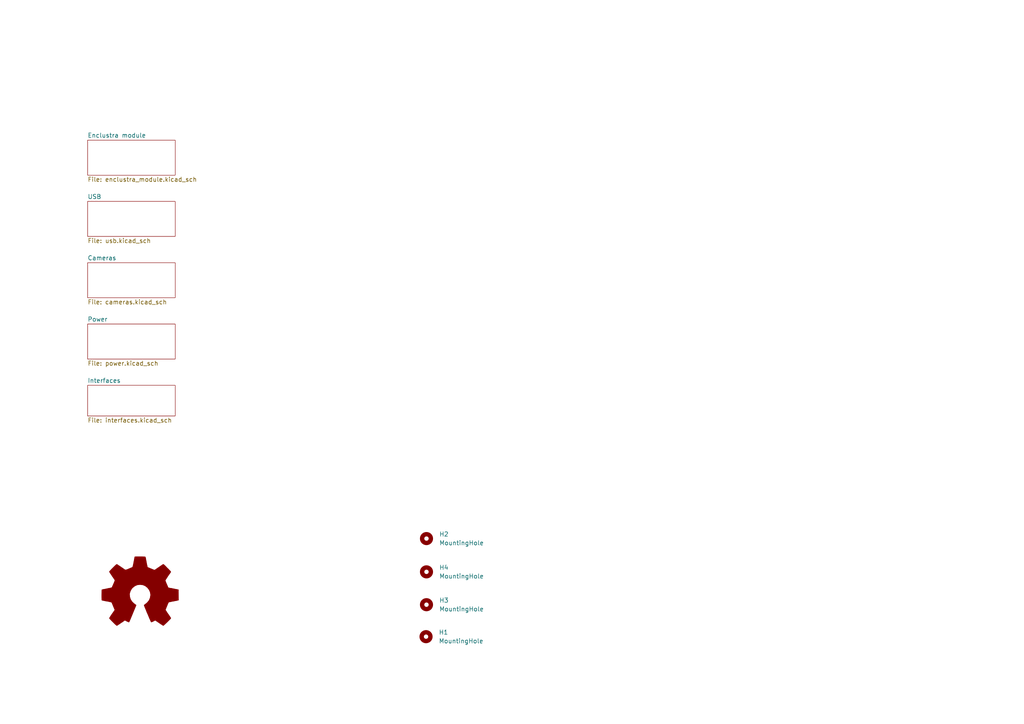
<source format=kicad_sch>
(kicad_sch (version 20210126) (generator eeschema)
  (paper "A4")
  (lib_symbols
    (symbol "Graphic:Logo_Open_Hardware_Large" (pin_names (offset 1.016))
      (symbol "Logo_Open_Hardware_Large_1_1"
        (polyline (pts (xy 6.731 -8.7122) (xy 6.6294 -8.6614) (xy 6.35 -8.4836) (xy 5.9944 -8.255) (xy 5.5372 -7.9502) (xy 5.1054 -7.6454) (xy 4.7498 -7.4168) (xy 4.4958 -7.239) (xy 4.3942 -7.1882) (xy 4.318 -7.2136) (xy 4.1148 -7.3152) (xy 3.81 -7.4676) (xy 3.6322 -7.5692) (xy 3.3528 -7.6708) (xy 3.2258 -7.6962) (xy 3.2004 -7.6708) (xy 3.0988 -7.4676) (xy 2.9464 -7.0866) (xy 2.7178 -6.604) (xy 2.4892 -6.0452) (xy 2.2352 -5.4356) (xy 1.9558 -4.826) (xy 1.7272 -4.2164) (xy 1.4986 -3.683) (xy 1.3208 -3.2512) (xy 1.2192 -2.9464) (xy 1.1684 -2.8194) (xy 1.1938 -2.794) (xy 1.3208 -2.667) (xy 1.5748 -2.4892) (xy 2.0828 -2.0574) (xy 2.6162 -1.397) (xy 2.921 -0.6604) (xy 3.048 0.1524) (xy 2.9464 0.9144) (xy 2.6416 1.6256) (xy 2.1336 2.286) (xy 1.524 2.7686) (xy 0.8128 3.0734) (xy 0 3.175) (xy -0.762 3.0988) (xy -1.4986 2.794) (xy -2.159 2.286) (xy -2.4384 1.9812) (xy -2.8194 1.3208) (xy -3.048 0.6096) (xy -3.0734 0.4318) (xy -3.0226 -0.3556) (xy -2.794 -1.0922) (xy -2.3876 -1.7526) (xy -1.8288 -2.3114) (xy -1.7526 -2.3622) (xy -1.4732 -2.5654) (xy -1.2954 -2.6924) (xy -1.1684 -2.8194) (xy -2.159 -5.207) (xy -2.3114 -5.588) (xy -2.5908 -6.2484) (xy -2.8194 -6.8072) (xy -3.0226 -7.2644) (xy -3.1496 -7.5692) (xy -3.2258 -7.6708) (xy -3.2258 -7.6962) (xy -3.302 -7.6962) (xy -3.4798 -7.6454) (xy -3.8354 -7.4676) (xy -4.0386 -7.366) (xy -4.2926 -7.239) (xy -4.4196 -7.1882) (xy -4.5212 -7.239) (xy -4.7498 -7.3914) (xy -5.1054 -7.6454) (xy -5.5372 -7.9248) (xy -5.9436 -8.2042) (xy -6.3246 -8.4582) (xy -6.604 -8.636) (xy -6.731 -8.7122) (xy -6.7564 -8.7122) (xy -6.858 -8.636) (xy -7.0866 -8.4582) (xy -7.4168 -8.1534) (xy -7.874 -7.6962) (xy -7.9502 -7.62) (xy -8.3312 -7.239) (xy -8.636 -6.9088) (xy -8.8392 -6.6802) (xy -8.9154 -6.5786) (xy -8.9154 -6.5786) (xy -8.8392 -6.4516) (xy -8.6614 -6.1722) (xy -8.4328 -5.7912) (xy -8.128 -5.3594) (xy -7.3152 -4.191) (xy -7.7724 -3.0988) (xy -7.8994 -2.7686) (xy -8.0772 -2.3622) (xy -8.2042 -2.0828) (xy -8.255 -1.9558) (xy -8.382 -1.905) (xy -8.6614 -1.8542) (xy -9.0932 -1.7526) (xy -9.6266 -1.651) (xy -10.1092 -1.5748) (xy -10.541 -1.4732) (xy -10.8712 -1.4224) (xy -11.0236 -1.397) (xy -11.049 -1.3716) (xy -11.0744 -1.2954) (xy -11.0998 -1.143) (xy -11.0998 -0.889) (xy -11.1252 -0.4572) (xy -11.1252 0.1524) (xy -11.1252 0.2286) (xy -11.0998 0.8128) (xy -11.0998 1.27) (xy -11.0744 1.5494) (xy -11.0744 1.6764) (xy -11.0744 1.6764) (xy -10.922 1.7018) (xy -10.6172 1.778) (xy -10.16 1.8542) (xy -9.652 1.9558) (xy -9.6012 1.9812) (xy -9.0932 2.0828) (xy -8.636 2.159) (xy -8.3312 2.2352) (xy -8.2042 2.286) (xy -8.1788 2.3114) (xy -8.0772 2.5146) (xy -7.9248 2.8448) (xy -7.747 3.2512) (xy -7.5692 3.6576) (xy -7.4168 4.0386) (xy -7.3152 4.318) (xy -7.2898 4.445) (xy -7.2898 4.445) (xy -7.366 4.572) (xy -7.5438 4.826) (xy -7.7978 5.207) (xy -8.128 5.6642) (xy -8.128 5.6896) (xy -8.4328 6.1468) (xy -8.6868 6.5278) (xy -8.8392 6.7818) (xy -8.9154 6.9088) (xy -8.9154 6.9088) (xy -8.8138 7.0358) (xy -8.5852 7.2898) (xy -8.255 7.6454) (xy -7.874 8.0264) (xy -7.747 8.1534) (xy -7.3152 8.5852) (xy -7.0104 8.8646) (xy -6.8326 8.9916) (xy -6.731 9.0424) (xy -6.731 9.0424) (xy -6.604 8.9408) (xy -6.3246 8.763) (xy -5.9436 8.509) (xy -5.4864 8.2042) (xy -5.461 8.1788) (xy -5.0038 7.874) (xy -4.6482 7.62) (xy -4.3688 7.4422) (xy -4.2672 7.3914) (xy -4.2418 7.3914) (xy -4.064 7.4422) (xy -3.7338 7.5438) (xy -3.3528 7.6962) (xy -2.9464 7.874) (xy -2.5654 8.0264) (xy -2.286 8.1534) (xy -2.159 8.2296) (xy -2.159 8.2296) (xy -2.1082 8.382) (xy -2.032 8.7122) (xy -1.9304 9.1694) (xy -1.8288 9.7282) (xy -1.8034 9.8044) (xy -1.7018 10.3378) (xy -1.6256 10.7696) (xy -1.5748 11.0744) (xy -1.524 11.2014) (xy -1.4478 11.2268) (xy -1.1938 11.2522) (xy -0.8128 11.2522) (xy -0.3302 11.2522) (xy 0.1524 11.2522) (xy 0.6604 11.2522) (xy 1.0668 11.2268) (xy 1.3716 11.2014) (xy 1.4986 11.176) (xy 1.4986 11.176) (xy 1.5494 11.0236) (xy 1.6256 10.6934) (xy 1.7018 10.2108) (xy 1.8288 9.6774) (xy 1.8288 9.5758) (xy 1.9304 9.0424) (xy 2.032 8.6106) (xy 2.0828 8.3058) (xy 2.1336 8.2042) (xy 2.159 8.1788) (xy 2.3876 8.0772) (xy 2.7432 7.9248) (xy 3.175 7.747) (xy 4.191 7.3406) (xy 5.461 8.2042) (xy 5.5626 8.2804) (xy 6.0198 8.5852) (xy 6.3754 8.8392) (xy 6.6294 8.9916) (xy 6.7564 9.0424) (xy 6.7564 9.0424) (xy 6.8834 8.9408) (xy 7.1374 8.7122) (xy 7.4676 8.382) (xy 7.8486 7.9756) (xy 8.1534 7.6962) (xy 8.4836 7.3406) (xy 8.7122 7.112) (xy 8.8392 6.9596) (xy 8.8646 6.858) (xy 8.8646 6.8072) (xy 8.7884 6.6802) (xy 8.6106 6.4008) (xy 8.3312 6.0198) (xy 8.0264 5.588) (xy 7.7978 5.207) (xy 7.5184 4.8006) (xy 7.3406 4.4958) (xy 7.2898 4.3434) (xy 7.2898 4.2926) (xy 7.3914 4.0386) (xy 7.5184 3.683) (xy 7.7216 3.2258) (xy 8.1534 2.2352) (xy 8.7884 2.1082) (xy 9.1948 2.0574) (xy 9.7536 1.9304) (xy 10.2616 1.8288) (xy 11.0998 1.6764) (xy 11.1252 -1.3208) (xy 10.9982 -1.3716) (xy 10.8712 -1.397) (xy 10.5664 -1.4732) (xy 10.1346 -1.5494) (xy 9.6266 -1.651) (xy 9.1948 -1.7272) (xy 8.7376 -1.8288) (xy 8.4328 -1.8796) (xy 8.2804 -1.905) (xy 8.255 -1.9558) (xy 8.1534 -2.159) (xy 7.9756 -2.5146) (xy 7.8232 -2.921) (xy 7.6454 -3.3274) (xy 7.493 -3.7338) (xy 7.366 -4.0132) (xy 7.3406 -4.191) (xy 7.3914 -4.2926) (xy 7.5692 -4.5466) (xy 7.7978 -4.9276) (xy 8.1026 -5.3594) (xy 8.4074 -5.7912) (xy 8.6614 -6.1722) (xy 8.8138 -6.4262) (xy 8.89 -6.5532) (xy 8.8646 -6.6548) (xy 8.6868 -6.858) (xy 8.3566 -7.1882) (xy 7.874 -7.6708) (xy 7.7978 -7.747) (xy 7.3914 -8.128) (xy 7.0612 -8.4328) (xy 6.8326 -8.636) (xy 6.731 -8.7122)) (fill (type outline)))
      )
    )
    (symbol "Mechanical:MountingHole" (pin_names (offset 1.016))
      (property "Reference" "H" (at 0 5.08 0))
      (property "Value" "MountingHole" (at 0 3.175 0))
      (symbol "MountingHole_0_1"
        (circle (center 0 0) (radius 1.27) (stroke (width 1.27)))
      )
    )
  )
  (symbol (lib_id "Mechanical:MountingHole") (at 123.571 184.658 0) (unit 1)
    (property "Reference" "H1" (at 127.254 183.388 0) (effects (justify left)))
    (property "Value" "MountingHole" (at 127.254 185.928 0) (effects (justify left)))
    (property "Footprint" "MountingHole:MountingHole_3.2mm_M3" (effects hide))
    (property "D1N" "DNP" (effects hide))
    (property "D1PN" "DNP" (effects hide))
    (property "MFN" "DNP" (effects hide))
    (property "MPN" "DNF" (effects hide))
  )
  (symbol (lib_id "Mechanical:MountingHole") (at 123.698 156.21 0) (unit 1)
    (property "Reference" "H2" (at 127.381 154.94 0) (effects (justify left)))
    (property "Value" "MountingHole" (at 127.381 157.48 0) (effects (justify left)))
    (property "Footprint" "MountingHole:MountingHole_3.2mm_M3" (effects hide))
    (property "D1N" "DNP" (effects hide))
    (property "D1PN" "DNP" (effects hide))
    (property "MFN" "DNP" (effects hide))
    (property "MPN" "DNF" (effects hide))
  )
  (symbol (lib_id "Mechanical:MountingHole") (at 123.698 165.862 0) (unit 1)
    (property "Reference" "H4" (at 127.381 164.592 0) (effects (justify left)))
    (property "Value" "MountingHole" (at 127.381 167.132 0) (effects (justify left)))
    (property "Footprint" "MountingHole:MountingHole_3.2mm_M3" (effects hide))
    (property "D1N" "DNP" (effects hide))
    (property "D1PN" "DNP" (effects hide))
    (property "MFN" "DNP" (effects hide))
    (property "MPN" "DNF" (effects hide))
  )
  (symbol (lib_id "Mechanical:MountingHole") (at 123.698 175.387 0) (unit 1)
    (property "Reference" "H3" (at 127.381 174.117 0) (effects (justify left)))
    (property "Value" "MountingHole" (at 127.381 176.657 0) (effects (justify left)))
    (property "Footprint" "MountingHole:MountingHole_3.2mm_M3" (effects hide))
    (property "D1N" "DNP" (effects hide))
    (property "D1PN" "DNP" (effects hide))
    (property "MFN" "DNP" (effects hide))
    (property "MPN" "DNF" (effects hide))
  )
  (symbol (lib_id "Graphic:Logo_Open_Hardware_Large") (at 40.64 172.72 0) (unit 1)
    (property "Reference" "LOGO1" (effects hide))
    (property "Value" "Logo_Open_Hardware_Large" (effects hide))
    (property "Footprint" "Symbol:OSHW-Symbol_13.4x12mm_SilkScreen" (effects hide))
    (property "D1N" "DNP" (effects hide))
    (property "D1PN" "DNP" (effects hide))
    (property "MFN" "DNP" (effects hide))
    (property "MPN" "DNP" (effects hide))
  )
  (sheet (at 25.4 76.2) (size 25.4 10.16) (stroke (width 0.001))
    (property "Sheet name" "Cameras" (at 25.4 75.5641 0) (effects (justify left bottom)))
    (property "Sheet file" "cameras.kicad_sch" (at 25.4 86.8689 0) (effects (justify left top)))
  )
  (sheet (at 25.4 40.64) (size 25.4 10.16) (stroke (width 0.001))
    (property "Sheet name" "Enclustra module" (at 25.4 40.0041 0) (effects (justify left bottom)))
    (property "Sheet file" "enclustra_module.kicad_sch" (at 25.4 51.3089 0) (effects (justify left top)))
  )
  (sheet (at 25.4 111.76) (size 25.4 8.89) (stroke (width 0.001))
    (property "Sheet name" "Interfaces" (at 25.4 111.1241 0) (effects (justify left bottom)))
    (property "Sheet file" "interfaces.kicad_sch" (at 25.4 121.1589 0) (effects (justify left top)))
  )
  (sheet (at 25.4 93.98) (size 25.4 10.16) (stroke (width 0.001))
    (property "Sheet name" "Power" (at 25.4 93.3441 0) (effects (justify left bottom)))
    (property "Sheet file" "power.kicad_sch" (at 25.4 104.6489 0) (effects (justify left top)))
  )
  (sheet (at 25.4 58.42) (size 25.4 10.16) (stroke (width 0.001))
    (property "Sheet name" "USB" (at 25.4 57.7841 0) (effects (justify left bottom)))
    (property "Sheet file" "usb.kicad_sch" (at 25.4 69.0889 0) (effects (justify left top)))
  )
)
</source>
